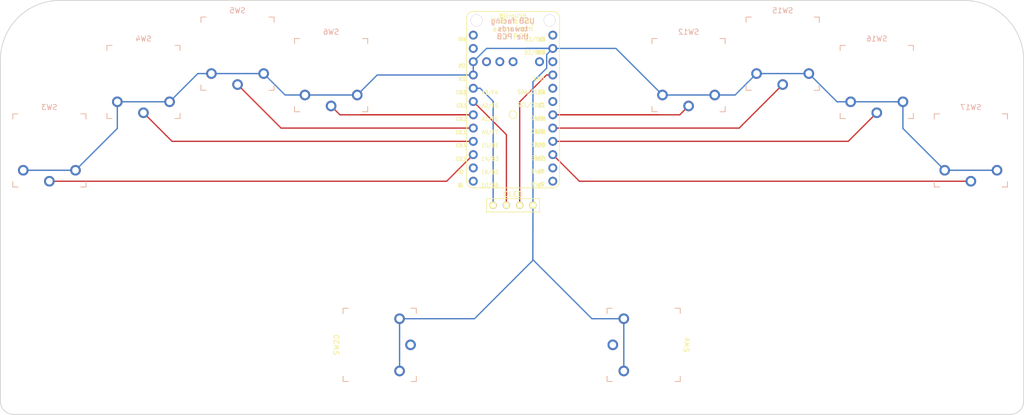
<source format=kicad_pcb>
(kicad_pcb (version 20171130) (host pcbnew "(5.1.5-0-10_14)")

  (general
    (thickness 1.6)
    (drawings 8)
    (tracks 71)
    (zones 0)
    (modules 12)
    (nets 2)
  )

  (page A4)
  (title_block
    (title "Corne Light")
    (date 2018-12-26)
    (rev 2.1)
    (company foostan)
  )

  (layers
    (0 F.Cu signal)
    (31 B.Cu signal)
    (32 B.Adhes user)
    (33 F.Adhes user)
    (34 B.Paste user hide)
    (35 F.Paste user)
    (36 B.SilkS user hide)
    (37 F.SilkS user hide)
    (38 B.Mask user hide)
    (39 F.Mask user)
    (40 Dwgs.User user hide)
    (41 Cmts.User user)
    (42 Eco1.User user)
    (43 Eco2.User user hide)
    (44 Edge.Cuts user)
    (45 Margin user)
    (46 B.CrtYd user)
    (47 F.CrtYd user)
    (48 B.Fab user hide)
    (49 F.Fab user hide)
  )

  (setup
    (last_trace_width 0.25)
    (user_trace_width 0.5)
    (trace_clearance 0.2)
    (zone_clearance 0.508)
    (zone_45_only no)
    (trace_min 0.2)
    (via_size 0.6)
    (via_drill 0.4)
    (via_min_size 0.4)
    (via_min_drill 0.3)
    (uvia_size 0.3)
    (uvia_drill 0.1)
    (uvias_allowed no)
    (uvia_min_size 0.2)
    (uvia_min_drill 0.1)
    (edge_width 0.15)
    (segment_width 0.15)
    (pcb_text_width 0.3)
    (pcb_text_size 1.5 1.5)
    (mod_edge_width 0.15)
    (mod_text_size 1 1)
    (mod_text_width 0.15)
    (pad_size 1.397 1.397)
    (pad_drill 0.8128)
    (pad_to_mask_clearance 0.2)
    (aux_axis_origin 145.73 12.66)
    (visible_elements FFFFFFFF)
    (pcbplotparams
      (layerselection 0x010f0_ffffffff)
      (usegerberextensions true)
      (usegerberattributes false)
      (usegerberadvancedattributes false)
      (creategerberjobfile false)
      (excludeedgelayer true)
      (linewidth 0.150000)
      (plotframeref false)
      (viasonmask false)
      (mode 1)
      (useauxorigin false)
      (hpglpennumber 1)
      (hpglpenspeed 20)
      (hpglpendiameter 15.000000)
      (psnegative false)
      (psa4output false)
      (plotreference true)
      (plotvalue true)
      (plotinvisibletext false)
      (padsonsilk false)
      (subtractmaskfromsilk false)
      (outputformat 1)
      (mirror false)
      (drillshape 0)
      (scaleselection 1)
      (outputdirectory "gerber/"))
  )

  (net 0 "")
  (net 1 GND)

  (net_class Default "これは標準のネット クラスです。"
    (clearance 0.2)
    (trace_width 0.25)
    (via_dia 0.6)
    (via_drill 0.4)
    (uvia_dia 0.3)
    (uvia_drill 0.1)
    (add_net GND)
  )

  (module protonc:proton_c (layer F.Cu) (tedit 5EBC19C1) (tstamp 5C238F3C)
    (at 149.4 60.4)
    (path /5A5E14C2)
    (fp_text reference U1 (at -0.1 -0.05 270) (layer F.SilkS) hide
      (effects (font (size 1 1) (thickness 0.15)))
    )
    (fp_text value ProMicro (at 0 -30.2) (layer F.Fab) hide
      (effects (font (size 1 1) (thickness 0.15)))
    )
    (fp_text user BOOT0 (at 2.5 -6.4 90) (layer Cmts.User)
      (effects (font (size 0.8 0.8) (thickness 0.15)))
    )
    (fp_text user "USB facing" (at -0.05 -17.98) (layer F.SilkS)
      (effects (font (size 1 1) (thickness 0.15)))
    )
    (fp_line (start -4.4 -3.31) (end -4.4 -4.31) (layer Cmts.User) (width 0.15))
    (fp_line (start -7.6 13.96) (end -7.09 13.96) (layer F.SilkS) (width 0.15))
    (fp_line (start 8.91 12.69) (end 8.91 -18.524) (layer F.SilkS) (width 0.15))
    (fp_line (start -8.87 -18.524) (end -8.87 12.69) (layer F.SilkS) (width 0.15))
    (fp_line (start -7.6 -19.794) (end 7.64 -19.794) (layer F.SilkS) (width 0.15))
    (fp_arc (start 7.64 -18.524) (end 7.64 -19.794) (angle 90) (layer F.SilkS) (width 0.15))
    (fp_line (start -4.48 -20.71) (end -4.48 -12.22) (layer Cmts.User) (width 0.15))
    (fp_circle (center 0 -0.035) (end 0.75 -0.035) (layer F.SilkS) (width 0.15))
    (fp_line (start 4.52 -20.71) (end 4.52 -12.22) (layer Cmts.User) (width 0.15))
    (fp_line (start -4.48 -20.71) (end 4.52 -20.71) (layer Cmts.User) (width 0.15))
    (fp_line (start -4.48 -12.22) (end 4.52 -12.22) (layer Cmts.User) (width 0.15))
    (fp_arc (start -7.6 -18.524) (end -8.87 -18.524) (angle 90) (layer F.SilkS) (width 0.15))
    (fp_arc (start 7.64 12.69) (end 8.91 12.69) (angle 90) (layer F.SilkS) (width 0.15))
    (fp_arc (start -7.6 12.69) (end -7.6 13.96) (angle 90) (layer F.SilkS) (width 0.15))
    (fp_line (start 7.132 13.96) (end 7.64 13.96) (layer F.SilkS) (width 0.15))
    (fp_line (start 7.64 13.96) (end -7.6 13.96) (layer F.SilkS) (width 0.15))
    (fp_line (start -5.4 -4.31) (end -5.4 -3.31) (layer Cmts.User) (width 0.15))
    (fp_line (start -5.4 -4.31) (end -4.4 -4.31) (layer Cmts.User) (width 0.15))
    (fp_line (start -5.4 -3.31) (end -4.4 -3.31) (layer Cmts.User) (width 0.15))
    (fp_line (start -3.85 -4.31) (end -3.85 -3.31) (layer Cmts.User) (width 0.15))
    (fp_line (start -2.85 -3.31) (end -2.85 -4.31) (layer Cmts.User) (width 0.15))
    (fp_line (start -3.85 -3.31) (end -2.85 -3.31) (layer Cmts.User) (width 0.15))
    (fp_line (start -3.85 -4.31) (end -2.85 -4.31) (layer Cmts.User) (width 0.15))
    (fp_line (start -1.7 -4.31) (end -0.7 -4.31) (layer Cmts.User) (width 0.15))
    (fp_line (start -0.7 -3.31) (end -0.7 -4.31) (layer Cmts.User) (width 0.15))
    (fp_line (start -1.7 -4.31) (end -1.7 -3.31) (layer Cmts.User) (width 0.15))
    (fp_line (start -1.7 -3.31) (end -0.7 -3.31) (layer Cmts.User) (width 0.15))
    (fp_line (start 2.95 -3.31) (end 2.95 -4.31) (layer Cmts.User) (width 0.15))
    (fp_line (start 1.95 -4.31) (end 1.95 -3.31) (layer Cmts.User) (width 0.15))
    (fp_line (start 1.95 -3.31) (end 2.95 -3.31) (layer Cmts.User) (width 0.15))
    (fp_line (start 1.95 -4.31) (end 2.95 -4.31) (layer Cmts.User) (width 0.15))
    (fp_line (start -3.75 4.45) (end -2.75 4.45) (layer Cmts.User) (width 0.15))
    (fp_line (start -3.75 5.45) (end -2.75 5.45) (layer Cmts.User) (width 0.15))
    (fp_line (start -3.75 4.45) (end -3.75 5.45) (layer Cmts.User) (width 0.15))
    (fp_line (start -2.75 4.45) (end -2.75 5.45) (layer Cmts.User) (width 0.15))
    (fp_text user "USB facing" (at -0.05 -17.98) (layer B.SilkS)
      (effects (font (size 1 1) (thickness 0.15)) (justify mirror))
    )
    (fp_text user towards (at -0.05 -16.48) (layer B.SilkS)
      (effects (font (size 1 1) (thickness 0.15)) (justify mirror))
    )
    (fp_text user "the PCB" (at -0.05 -14.98) (layer F.SilkS)
      (effects (font (size 1 1) (thickness 0.15)))
    )
    (fp_text user "away from" (at -0.05 -16.48) (layer F.SilkS)
      (effects (font (size 1 1) (thickness 0.15)))
    )
    (fp_text user "the PCB" (at -0.05 -14.98) (layer B.SilkS)
      (effects (font (size 1 1) (thickness 0.15)) (justify mirror))
    )
    (fp_text user C13/LED (at 0.1 5) (layer Cmts.User)
      (effects (font (size 0.8 0.8) (thickness 0.15)))
    )
    (fp_text user C14 (at -4.8 -5.6 90) (layer Cmts.User)
      (effects (font (size 0.8 0.8) (thickness 0.15)))
    )
    (fp_text user C15 (at -3.3 -5.6 90) (layer Cmts.User)
      (effects (font (size 0.8 0.8) (thickness 0.15)))
    )
    (fp_text user "A3(3.3v)" (at -1.1 -7.1 90) (layer Cmts.User)
      (effects (font (size 0.8 0.8) (thickness 0.15)))
    )
    (fp_line (start -2.909 12.317) (end -2.909 13.317) (layer Cmts.User) (width 0.15))
    (fp_line (start -3.909 12.317) (end -2.909 12.317) (layer Cmts.User) (width 0.15))
    (fp_line (start -3.909 13.317) (end -2.909 13.317) (layer Cmts.User) (width 0.15))
    (fp_line (start -3.909 12.317) (end -3.909 13.317) (layer Cmts.User) (width 0.15))
    (fp_line (start 3.711 12.317) (end 4.711 12.317) (layer Cmts.User) (width 0.15))
    (fp_line (start 6.1588 12.317) (end 6.1588 13.317) (layer Cmts.User) (width 0.15))
    (fp_line (start 4.711 12.317) (end 4.711 13.317) (layer Cmts.User) (width 0.15))
    (fp_line (start 3.711 12.317) (end 3.711 13.317) (layer Cmts.User) (width 0.15))
    (fp_line (start 3.711 13.317) (end 4.711 13.317) (layer Cmts.User) (width 0.15))
    (fp_line (start 5.1588 12.317) (end 5.1588 13.317) (layer Cmts.User) (width 0.15))
    (fp_line (start 5.1588 12.317) (end 6.1588 12.317) (layer Cmts.User) (width 0.15))
    (fp_line (start 5.1588 13.317) (end 6.1588 13.317) (layer Cmts.User) (width 0.15))
    (fp_text user RESET (at -3.3 10.3 90) (layer Cmts.User)
      (effects (font (size 0.8 0.8) (thickness 0.15)))
    )
    (fp_text user A14 (at 5.7 10.9 90) (layer Cmts.User)
      (effects (font (size 0.8 0.8) (thickness 0.15)))
    )
    (fp_text user A13 (at 4.2 10.9 90) (layer Cmts.User)
      (effects (font (size 0.8 0.8) (thickness 0.15)))
    )
    (fp_text user "DFU Button" (at 0.8 -1.3 180) (layer Cmts.User)
      (effects (font (size 0.8 0.8) (thickness 0.15)))
    )
    (fp_text user "" (at -0.545 -17.4) (layer F.SilkS)
      (effects (font (size 1 1) (thickness 0.15)))
    )
    (fp_text user RAW (at -9.7155 -14.478 unlocked) (layer F.SilkS)
      (effects (font (size 0.75 0.5) (thickness 0.125)))
    )
    (fp_text user GND (at 4.955 -6.9 unlocked) (layer F.SilkS)
      (effects (font (size 0.75 0.67) (thickness 0.125)))
    )
    (fp_text user RST (at -9.7155 -9.3345 unlocked) (layer F.SilkS)
      (effects (font (size 0.75 0.5) (thickness 0.125)))
    )
    (fp_text user VCC (at -9.7155 -6.858 unlocked) (layer F.SilkS)
      (effects (font (size 0.75 0.5) (thickness 0.125)))
    )
    (fp_text user A3/F4 (at -4.395 -4.25 unlocked) (layer F.SilkS)
      (effects (font (size 0.75 0.67) (thickness 0.125)))
    )
    (fp_text user A2/F5 (at -4.395 -1.75 unlocked) (layer F.SilkS)
      (effects (font (size 0.75 0.67) (thickness 0.125)))
    )
    (fp_text user A1/F6 (at -4.395 0.75 unlocked) (layer F.SilkS)
      (effects (font (size 0.75 0.67) (thickness 0.125)))
    )
    (fp_text user A0/F7 (at -4.395 3.3 unlocked) (layer F.SilkS)
      (effects (font (size 0.75 0.67) (thickness 0.125)))
    )
    (fp_text user 15/B1 (at -4.395 5.85 unlocked) (layer F.SilkS)
      (effects (font (size 0.75 0.67) (thickness 0.125)))
    )
    (fp_text user 14/B3 (at -4.395 8.4 unlocked) (layer F.SilkS)
      (effects (font (size 0.75 0.67) (thickness 0.125)))
    )
    (fp_text user 10/B6 (at -4.395 13.45 unlocked) (layer F.SilkS)
      (effects (font (size 0.75 0.67) (thickness 0.125)))
    )
    (fp_text user 16/B2 (at -4.395 10.95 unlocked) (layer F.SilkS)
      (effects (font (size 0.75 0.67) (thickness 0.125)))
    )
    (fp_text user E6/7 (at 4.705 8.25 unlocked) (layer F.SilkS)
      (effects (font (size 0.75 0.67) (thickness 0.125)))
    )
    (fp_text user D7/6 (at 4.705 5.7 unlocked) (layer F.SilkS)
      (effects (font (size 0.75 0.67) (thickness 0.125)))
    )
    (fp_text user D3/TX0 (at 4.155 -14.45 unlocked) (layer F.SilkS)
      (effects (font (size 0.75 0.67) (thickness 0.125)))
    )
    (fp_text user D4/4 (at 4.705 0.6 unlocked) (layer F.SilkS)
      (effects (font (size 0.75 0.67) (thickness 0.125)))
    )
    (fp_text user SDA/D1/2 (at 3.455 -4.4 unlocked) (layer F.SilkS)
      (effects (font (size 0.75 0.67) (thickness 0.125)))
    )
    (fp_text user SCL/D0/3 (at 3.455 -1.9 unlocked) (layer F.SilkS)
      (effects (font (size 0.75 0.67) (thickness 0.125)))
    )
    (fp_text user C6/5 (at 4.705 3.15 unlocked) (layer F.SilkS)
      (effects (font (size 0.75 0.67) (thickness 0.125)))
    )
    (fp_text user B5/9 (at 4.705 13.3 unlocked) (layer F.SilkS)
      (effects (font (size 0.75 0.67) (thickness 0.125)))
    )
    (fp_text user D2/RX1 (at 4.155 -11.9 unlocked) (layer F.SilkS)
      (effects (font (size 0.75 0.67) (thickness 0.125)))
    )
    (fp_text user B4/8 (at 4.705 10.8 unlocked) (layer F.SilkS)
      (effects (font (size 0.75 0.67) (thickness 0.125)))
    )
    (fp_text user MicroUSB (at -0.05 -18.95) (layer F.SilkS)
      (effects (font (size 0.75 0.75) (thickness 0.12)))
    )
    (fp_text user LED (at 5.5 -14.478) (layer F.SilkS)
      (effects (font (size 0.75 0.5) (thickness 0.125)))
    )
    (fp_text user DATA (at 5.35 -11.95) (layer F.SilkS)
      (effects (font (size 0.75 0.5) (thickness 0.125)))
    )
    (fp_text user COL3 (at -10 3.35) (layer F.SilkS)
      (effects (font (size 0.75 0.5) (thickness 0.125)))
    )
    (fp_text user ROW0 (at 5.2 0.8) (layer F.SilkS)
      (effects (font (size 0.75 0.5) (thickness 0.125)))
    )
    (fp_text user COL2 (at -9.9 0.762) (layer F.SilkS)
      (effects (font (size 0.75 0.5) (thickness 0.125)))
    )
    (fp_text user SCL (at 5.461 -1.778) (layer F.SilkS)
      (effects (font (size 0.75 0.5) (thickness 0.125)))
    )
    (fp_text user COL1 (at -9.85 -1.778) (layer F.SilkS)
      (effects (font (size 0.75 0.5) (thickness 0.125)))
    )
    (fp_text user SDA (at 5.461 -4.318) (layer F.SilkS)
      (effects (font (size 0.75 0.5) (thickness 0.125)))
    )
    (fp_text user COL0 (at -9.9 -4.3) (layer F.SilkS)
      (effects (font (size 0.75 0.5) (thickness 0.125)))
    )
    (fp_text user B6 (at -10.05 13.5) (layer F.SilkS)
      (effects (font (size 0.75 0.5) (thickness 0.125)))
    )
    (fp_text user B5 (at 5.2 13.5255) (layer F.SilkS)
      (effects (font (size 0.75 0.5) (thickness 0.125)))
    )
    (fp_text user B4 (at 5.2 10.922) (layer F.SilkS)
      (effects (font (size 0.75 0.5) (thickness 0.125)))
    )
    (fp_text user B2 (at -9.95 10.95) (layer F.SilkS)
      (effects (font (size 0.75 0.5) (thickness 0.125)))
    )
    (fp_text user ROW3 (at 5.2 8.4455) (layer F.SilkS)
      (effects (font (size 0.75 0.5) (thickness 0.125)))
    )
    (fp_text user COL5 (at -9.95 8.4455) (layer F.SilkS)
      (effects (font (size 0.75 0.5) (thickness 0.125)))
    )
    (fp_text user ROW2 (at 5.2 5.85) (layer F.SilkS)
      (effects (font (size 0.75 0.5) (thickness 0.125)))
    )
    (fp_text user COL4 (at -9.95 5.85) (layer F.SilkS)
      (effects (font (size 0.75 0.5) (thickness 0.125)))
    )
    (fp_text user ROW1 (at 5.25 3.302) (layer F.SilkS)
      (effects (font (size 0.75 0.5) (thickness 0.125)))
    )
    (pad 5V thru_hole circle (at 7.615 -15.25) (size 1.7 1.7) (drill 1) (layers *.Cu *.Mask))
    (pad A10 thru_hole circle (at -7.6 -12.71) (size 1.7 1.7) (drill 1) (layers *.Cu *.Mask))
    (pad SCRE thru_hole circle (at 7.005 -18.0748) (size 2.2 2.2) (drill 2.2) (layers *.Cu *.Mask))
    (pad SCRE thru_hole circle (at -6.9904 -18.0748) (size 2.2 2.2) (drill 2.2) (layers *.Cu *.Mask))
    (pad A9 thru_hole circle (at -7.6 -15.25) (size 1.7 1.7) (drill 1) (layers *.Cu *.Mask))
    (pad D+ thru_hole circle (at -5.06 -10.17) (size 1.7 1.7) (drill 1) (layers *.Cu *.Mask))
    (pad GND thru_hole circle (at -7.6 -10.17) (size 1.7 1.7) (drill 1) (layers *.Cu *.Mask)
      (net 1 GND))
    (pad GND thru_hole circle (at -7.6 -7.63) (size 1.7 1.7) (drill 1) (layers *.Cu *.Mask)
      (net 1 GND))
    (pad B7 thru_hole circle (at -7.6 -5.09) (size 1.7 1.7) (drill 1) (layers *.Cu *.Mask))
    (pad B6 thru_hole circle (at -7.6 -2.55) (size 1.7 1.7) (drill 1) (layers *.Cu *.Mask))
    (pad D- thru_hole circle (at -2.52 -10.17) (size 1.7 1.7) (drill 1) (layers *.Cu *.Mask))
    (pad CHRG thru_hole circle (at 0.02 -10.17) (size 1.7 1.7) (drill 1) (layers *.Cu *.Mask))
    (pad B5 thru_hole circle (at -7.6 -0.01) (size 1.7 1.7) (drill 1) (layers *.Cu *.Mask))
    (pad B4 thru_hole circle (at -7.6 2.53) (size 1.7 1.7) (drill 1) (layers *.Cu *.Mask))
    (pad B3 thru_hole circle (at -7.6 5.07) (size 1.7 1.7) (drill 1) (layers *.Cu *.Mask))
    (pad B2 thru_hole circle (at -7.6 7.61) (size 1.7 1.7) (drill 1) (layers *.Cu *.Mask))
    (pad B1 thru_hole circle (at -7.6 10.15) (size 1.7 1.7) (drill 1) (layers *.Cu *.Mask))
    (pad B0 thru_hole circle (at -7.6 12.69) (size 1.7 1.7) (drill 1) (layers *.Cu *.Mask))
    (pad GND thru_hole circle (at 7.615 -12.71) (size 1.7 1.7) (drill 1) (layers *.Cu *.Mask)
      (net 1 GND))
    (pad DFU thru_hole circle (at 7.615 -10.17) (size 1.7 1.7) (drill 1) (layers *.Cu *.Mask))
    (pad A2 thru_hole circle (at 7.615 -5.09) (size 1.7 1.7) (drill 1) (layers *.Cu *.Mask))
    (pad A3|5v thru_hole circle (at 5.075 -10.17) (size 1.7 1.7) (drill 1) (layers *.Cu *.Mask))
    (pad 3.3V thru_hole circle (at 7.615 -7.63) (size 1.7 1.7) (drill 1) (layers *.Cu *.Mask))
    (pad A1 thru_hole circle (at 7.615 -2.55) (size 1.7 1.7) (drill 1) (layers *.Cu *.Mask))
    (pad A0 thru_hole circle (at 7.615 -0.01) (size 1.7 1.7) (drill 1) (layers *.Cu *.Mask))
    (pad B8 thru_hole circle (at 7.615 2.53) (size 1.7 1.7) (drill 1) (layers *.Cu *.Mask))
    (pad B14 thru_hole circle (at 7.615 7.61) (size 1.7 1.7) (drill 1) (layers *.Cu *.Mask))
    (pad B15 thru_hole circle (at 7.615 10.15) (size 1.7 1.7) (drill 1) (layers *.Cu *.Mask))
    (pad B13 thru_hole circle (at 7.615 5.07) (size 1.7 1.7) (drill 1) (layers *.Cu *.Mask))
    (pad B9 thru_hole circle (at 7.615 12.69) (size 1.7 1.7) (drill 1) (layers *.Cu *.Mask))
    (model BG030-06-A-0400-0300-N-G.stp
      (offset (xyz 7.62 -16.5 0))
      (scale (xyz 1 1 1))
      (rotate (xyz -90 0 90))
    )
    (model BG030-06-A-0400-0300-N-G.stp
      (offset (xyz -7.62 -16.5 0))
      (scale (xyz 1 1 1))
      (rotate (xyz -90 0 90))
    )
    (model BG030-12-A-0400-0300-N-G.stp
      (offset (xyz 7.62 16.5 -0.06))
      (scale (xyz 1 1 1))
      (rotate (xyz -90 0 90))
    )
    (model BG030-12-A-0400-0300-N-G.stp
      (offset (xyz -7.62 16.5 -0.06))
      (scale (xyz 1 1 1))
      (rotate (xyz -90 0 90))
    )
    (model proton-c.step
      (offset (xyz 0 -6 4.08))
      (scale (xyz 1 1 1))
      (rotate (xyz 0 0 0))
    )
  )

  (module foostan:OLED_1side (layer F.Cu) (tedit 5EBBFB1E) (tstamp 5EBC4686)
    (at 145.6 77.7)
    (descr "Connecteur 6 pins")
    (tags "CONN DEV")
    (fp_text reference J2 (at 3.7 2.1 180) (layer F.Fab)
      (effects (font (size 0.8128 0.8128) (thickness 0.15)))
    )
    (fp_text value OLED (at 3.6 3.3) (layer F.SilkS) hide
      (effects (font (size 0.8128 0.8128) (thickness 0.15)))
    )
    (fp_text user OLED (at 3.8 -2.1) (layer F.SilkS)
      (effects (font (size 1 1) (thickness 0.15)))
    )
    (fp_line (start -1.27 1.27) (end -1.27 -1.27) (layer F.SilkS) (width 0.15))
    (fp_line (start 8.89 -1.27) (end 8.89 1.27) (layer F.SilkS) (width 0.15))
    (fp_line (start -1.27 -1.27) (end 8.89 -1.27) (layer F.SilkS) (width 0.15))
    (fp_line (start -1.27 1.27) (end 8.89 1.27) (layer F.SilkS) (width 0.15))
    (pad 4 thru_hole circle (at 7.62 0) (size 1.397 1.397) (drill 0.8128) (layers *.Cu F.SilkS B.Mask)
      (net 1 GND))
    (pad 3 thru_hole circle (at 5.08 0) (size 1.397 1.397) (drill 0.8128) (layers *.Cu F.SilkS B.Mask))
    (pad 2 thru_hole circle (at 2.54 0) (size 1.397 1.397) (drill 0.8128) (layers *.Cu F.SilkS B.Mask))
    (pad 1 thru_hole circle (at 0 0) (size 1.397 1.397) (drill 0.8128) (layers *.Cu F.SilkS B.Mask))
  )

  (module "Choc Footprints:SW_PG1350_reversible" (layer B.Cu) (tedit 5EBBF24C) (tstamp 5C238836)
    (at 123.9 104.4 270)
    (descr "Kailh \"Choc\" PG1350 keyswitch, able to be mounted on front or back of PCB")
    (tags kailh,choc)
    (path /5A5E37A4)
    (fp_text reference SW20 (at 4.600001 -6 90) (layer Dwgs.User) hide
      (effects (font (size 1 1) (thickness 0.15)))
    )
    (fp_text value SW_PUSH (at -0.5 -6 90) (layer Dwgs.User) hide
      (effects (font (size 1 1) (thickness 0.15)))
    )
    (fp_text user %R (at 0 0 90) (layer B.Fab)
      (effects (font (size 1 1) (thickness 0.15)) (justify mirror))
    )
    (fp_text user %R (at 0 0 90) (layer B.Fab)
      (effects (font (size 1 1) (thickness 0.15)) (justify mirror))
    )
    (fp_line (start -7.5 -7.5) (end -7.5 7.5) (layer B.Fab) (width 0.15))
    (fp_line (start 7.5 7.5) (end 7.5 -7.5) (layer B.Fab) (width 0.15))
    (fp_line (start 7.5 -7.5) (end -7.5 -7.5) (layer B.Fab) (width 0.15))
    (fp_line (start -7.5 7.5) (end 7.5 7.5) (layer B.Fab) (width 0.15))
    (fp_text user %V (at 0 -8.255 90) (layer F.Fab)
      (effects (font (size 1 1) (thickness 0.15)))
    )
    (fp_text user %R (at 0 8.255 90) (layer F.SilkS)
      (effects (font (size 1 1) (thickness 0.15)))
    )
    (fp_line (start -7.5 -7.5) (end -7.5 7.5) (layer F.Fab) (width 0.15))
    (fp_line (start 7.5 -7.5) (end -7.5 -7.5) (layer F.Fab) (width 0.15))
    (fp_line (start 7.5 7.5) (end 7.5 -7.5) (layer F.Fab) (width 0.15))
    (fp_line (start -7.5 7.5) (end 7.5 7.5) (layer F.Fab) (width 0.15))
    (fp_line (start -6.9 -6.9) (end -6.9 6.9) (layer Eco2.User) (width 0.15))
    (fp_line (start 6.9 6.9) (end 6.9 -6.9) (layer Eco2.User) (width 0.15))
    (fp_line (start 6.9 6.9) (end -6.9 6.9) (layer Eco2.User) (width 0.15))
    (fp_line (start -6.9 -6.9) (end 6.9 -6.9) (layer Eco2.User) (width 0.15))
    (fp_line (start 7 7) (end 7 6) (layer F.SilkS) (width 0.15))
    (fp_line (start 6 7) (end 7 7) (layer F.SilkS) (width 0.15))
    (fp_line (start 7 -7) (end 6 -7) (layer F.SilkS) (width 0.15))
    (fp_line (start 7 -6) (end 7 -7) (layer F.SilkS) (width 0.15))
    (fp_line (start -7 -7) (end -7 -6) (layer F.SilkS) (width 0.15))
    (fp_line (start -6 -7) (end -7 -7) (layer F.SilkS) (width 0.15))
    (fp_line (start -7 7) (end -6 7) (layer F.SilkS) (width 0.15))
    (fp_line (start -7 6) (end -7 7) (layer F.SilkS) (width 0.15))
    (fp_line (start -2.6 3.1) (end -2.6 6.3) (layer Eco2.User) (width 0.15))
    (fp_line (start 2.6 6.3) (end -2.6 6.3) (layer Eco2.User) (width 0.15))
    (fp_line (start 2.6 3.1) (end 2.6 6.3) (layer Eco2.User) (width 0.15))
    (fp_line (start -2.6 3.1) (end 2.6 3.1) (layer Eco2.User) (width 0.15))
    (fp_line (start -7 7) (end -6 7) (layer B.SilkS) (width 0.15))
    (fp_line (start -7 6) (end -7 7) (layer B.SilkS) (width 0.15))
    (fp_line (start -7 -7) (end -7 -6) (layer B.SilkS) (width 0.15))
    (fp_line (start -6 -7) (end -7 -7) (layer B.SilkS) (width 0.15))
    (fp_line (start 7 -7) (end 6 -7) (layer B.SilkS) (width 0.15))
    (fp_line (start 7 -6) (end 7 -7) (layer B.SilkS) (width 0.15))
    (fp_line (start 7 7) (end 7 6) (layer B.SilkS) (width 0.15))
    (fp_line (start 6 7) (end 7 7) (layer B.SilkS) (width 0.15))
    (pad "" np_thru_hole circle (at -5.5 0 270) (size 1.7018 1.7018) (drill 1.7018) (layers *.Cu *.Mask))
    (pad "" np_thru_hole circle (at 5.5 0 270) (size 1.7018 1.7018) (drill 1.7018) (layers *.Cu *.Mask))
    (pad "" np_thru_hole circle (at 5.22 4.2 270) (size 0.9906 0.9906) (drill 0.9906) (layers *.Cu *.Mask))
    (pad 1 thru_hole circle (at 0 -5.9 270) (size 2.032 2.032) (drill 1.27) (layers *.Cu *.Mask))
    (pad 2 thru_hole circle (at -5 -3.8 270) (size 2.032 2.032) (drill 1.27) (layers *.Cu *.Mask)
      (net 1 GND))
    (pad "" np_thru_hole circle (at 0 0 270) (size 3.429 3.429) (drill 3.429) (layers *.Cu *.Mask))
    (pad 2 thru_hole circle (at 5 -3.8 270) (size 2.032 2.032) (drill 1.27) (layers *.Cu *.Mask)
      (net 1 GND))
    (pad "" np_thru_hole circle (at -5.22 4.2 270) (size 0.9906 0.9906) (drill 0.9906) (layers *.Cu *.Mask))
  )

  (module "Choc Footprints:SW_PG1350_reversible" (layer B.Cu) (tedit 5EBBF243) (tstamp 5C23884C)
    (at 174.4 104.4 90)
    (descr "Kailh \"Choc\" PG1350 keyswitch, able to be mounted on front or back of PCB")
    (tags kailh,choc)
    (path /5A5E37B0)
    (fp_text reference SWe (at 4.6 -6 270) (layer Dwgs.User) hide
      (effects (font (size 1 1) (thickness 0.15)))
    )
    (fp_text value SW_PUSH (at -0.5 -6 270) (layer Dwgs.User) hide
      (effects (font (size 1 1) (thickness 0.15)))
    )
    (fp_line (start 6 7) (end 7 7) (layer B.SilkS) (width 0.15))
    (fp_line (start 7 7) (end 7 6) (layer B.SilkS) (width 0.15))
    (fp_line (start 7 -6) (end 7 -7) (layer B.SilkS) (width 0.15))
    (fp_line (start 7 -7) (end 6 -7) (layer B.SilkS) (width 0.15))
    (fp_line (start -6 -7) (end -7 -7) (layer B.SilkS) (width 0.15))
    (fp_line (start -7 -7) (end -7 -6) (layer B.SilkS) (width 0.15))
    (fp_line (start -7 6) (end -7 7) (layer B.SilkS) (width 0.15))
    (fp_line (start -7 7) (end -6 7) (layer B.SilkS) (width 0.15))
    (fp_line (start -2.6 3.1) (end 2.6 3.1) (layer Eco2.User) (width 0.15))
    (fp_line (start 2.6 3.1) (end 2.6 6.3) (layer Eco2.User) (width 0.15))
    (fp_line (start 2.6 6.3) (end -2.6 6.3) (layer Eco2.User) (width 0.15))
    (fp_line (start -2.6 3.1) (end -2.6 6.3) (layer Eco2.User) (width 0.15))
    (fp_line (start -7 6) (end -7 7) (layer F.SilkS) (width 0.15))
    (fp_line (start -7 7) (end -6 7) (layer F.SilkS) (width 0.15))
    (fp_line (start -6 -7) (end -7 -7) (layer F.SilkS) (width 0.15))
    (fp_line (start -7 -7) (end -7 -6) (layer F.SilkS) (width 0.15))
    (fp_line (start 7 -6) (end 7 -7) (layer F.SilkS) (width 0.15))
    (fp_line (start 7 -7) (end 6 -7) (layer F.SilkS) (width 0.15))
    (fp_line (start 6 7) (end 7 7) (layer F.SilkS) (width 0.15))
    (fp_line (start 7 7) (end 7 6) (layer F.SilkS) (width 0.15))
    (fp_line (start -6.9 -6.9) (end 6.9 -6.9) (layer Eco2.User) (width 0.15))
    (fp_line (start 6.9 6.9) (end -6.9 6.9) (layer Eco2.User) (width 0.15))
    (fp_line (start 6.9 6.9) (end 6.9 -6.9) (layer Eco2.User) (width 0.15))
    (fp_line (start -6.9 -6.9) (end -6.9 6.9) (layer Eco2.User) (width 0.15))
    (fp_line (start -7.5 7.5) (end 7.5 7.5) (layer F.Fab) (width 0.15))
    (fp_line (start 7.5 7.5) (end 7.5 -7.5) (layer F.Fab) (width 0.15))
    (fp_line (start 7.5 -7.5) (end -7.5 -7.5) (layer F.Fab) (width 0.15))
    (fp_line (start -7.5 -7.5) (end -7.5 7.5) (layer F.Fab) (width 0.15))
    (fp_text user %R (at 0 8.255 90) (layer F.SilkS)
      (effects (font (size 1 1) (thickness 0.15)))
    )
    (fp_text user %V (at 0 -8.255 90) (layer F.Fab)
      (effects (font (size 1 1) (thickness 0.15)))
    )
    (fp_line (start -7.5 7.5) (end 7.5 7.5) (layer B.Fab) (width 0.15))
    (fp_line (start 7.5 -7.5) (end -7.5 -7.5) (layer B.Fab) (width 0.15))
    (fp_line (start 7.5 7.5) (end 7.5 -7.5) (layer B.Fab) (width 0.15))
    (fp_line (start -7.5 -7.5) (end -7.5 7.5) (layer B.Fab) (width 0.15))
    (fp_text user %R (at 0 0 90) (layer B.Fab)
      (effects (font (size 1 1) (thickness 0.15)) (justify mirror))
    )
    (fp_text user %R (at 0 0 90) (layer F.Fab)
      (effects (font (size 1 1) (thickness 0.15)))
    )
    (pad "" np_thru_hole circle (at -5.22 4.2 90) (size 0.9906 0.9906) (drill 0.9906) (layers *.Cu *.Mask))
    (pad 2 thru_hole circle (at 5 -3.8 90) (size 2.032 2.032) (drill 1.27) (layers *.Cu *.Mask)
      (net 1 GND))
    (pad "" np_thru_hole circle (at 0 0 90) (size 3.429 3.429) (drill 3.429) (layers *.Cu *.Mask))
    (pad 2 thru_hole circle (at -5 -3.8 90) (size 2.032 2.032) (drill 1.27) (layers *.Cu *.Mask)
      (net 1 GND))
    (pad 1 thru_hole circle (at 0 -5.9 90) (size 2.032 2.032) (drill 1.27) (layers *.Cu *.Mask))
    (pad "" np_thru_hole circle (at 5.22 4.2 90) (size 0.9906 0.9906) (drill 0.9906) (layers *.Cu *.Mask))
    (pad "" np_thru_hole circle (at 5.5 0 90) (size 1.7018 1.7018) (drill 1.7018) (layers *.Cu *.Mask))
    (pad "" np_thru_hole circle (at -5.5 0 90) (size 1.7018 1.7018) (drill 1.7018) (layers *.Cu *.Mask))
  )

  (module "Choc Footprints:SW_PG1350_reversible" (layer F.Cu) (tedit 5EBBF23A) (tstamp 5C2387F4)
    (at 237 67.2)
    (descr "Kailh \"Choc\" PG1350 keyswitch, able to be mounted on front or back of PCB")
    (tags kailh,choc)
    (path /5A5E35CF)
    (fp_text reference SW17 (at 4.6 6 180) (layer Dwgs.User) hide
      (effects (font (size 1 1) (thickness 0.15)))
    )
    (fp_text value SW_PUSH (at -0.5 6 180) (layer Dwgs.User) hide
      (effects (font (size 1 1) (thickness 0.15)))
    )
    (fp_text user %R (at 0 0) (layer F.Fab)
      (effects (font (size 1 1) (thickness 0.15)))
    )
    (fp_text user %R (at 0 0) (layer F.Fab)
      (effects (font (size 1 1) (thickness 0.15)))
    )
    (fp_line (start -7.5 7.5) (end -7.5 -7.5) (layer F.Fab) (width 0.15))
    (fp_line (start 7.5 -7.5) (end 7.5 7.5) (layer F.Fab) (width 0.15))
    (fp_line (start 7.5 7.5) (end -7.5 7.5) (layer F.Fab) (width 0.15))
    (fp_line (start -7.5 -7.5) (end 7.5 -7.5) (layer F.Fab) (width 0.15))
    (fp_text user %V (at 0 8.255) (layer B.Fab)
      (effects (font (size 1 1) (thickness 0.15)) (justify mirror))
    )
    (fp_text user %R (at 0 -8.255) (layer B.SilkS)
      (effects (font (size 1 1) (thickness 0.15)) (justify mirror))
    )
    (fp_line (start -7.5 7.5) (end -7.5 -7.5) (layer B.Fab) (width 0.15))
    (fp_line (start 7.5 7.5) (end -7.5 7.5) (layer B.Fab) (width 0.15))
    (fp_line (start 7.5 -7.5) (end 7.5 7.5) (layer B.Fab) (width 0.15))
    (fp_line (start -7.5 -7.5) (end 7.5 -7.5) (layer B.Fab) (width 0.15))
    (fp_line (start -6.9 6.9) (end -6.9 -6.9) (layer Eco2.User) (width 0.15))
    (fp_line (start 6.9 -6.9) (end 6.9 6.9) (layer Eco2.User) (width 0.15))
    (fp_line (start 6.9 -6.9) (end -6.9 -6.9) (layer Eco2.User) (width 0.15))
    (fp_line (start -6.9 6.9) (end 6.9 6.9) (layer Eco2.User) (width 0.15))
    (fp_line (start 7 -7) (end 7 -6) (layer B.SilkS) (width 0.15))
    (fp_line (start 6 -7) (end 7 -7) (layer B.SilkS) (width 0.15))
    (fp_line (start 7 7) (end 6 7) (layer B.SilkS) (width 0.15))
    (fp_line (start 7 6) (end 7 7) (layer B.SilkS) (width 0.15))
    (fp_line (start -7 7) (end -7 6) (layer B.SilkS) (width 0.15))
    (fp_line (start -6 7) (end -7 7) (layer B.SilkS) (width 0.15))
    (fp_line (start -7 -7) (end -6 -7) (layer B.SilkS) (width 0.15))
    (fp_line (start -7 -6) (end -7 -7) (layer B.SilkS) (width 0.15))
    (fp_line (start -2.6 -3.1) (end -2.6 -6.3) (layer Eco2.User) (width 0.15))
    (fp_line (start 2.6 -6.3) (end -2.6 -6.3) (layer Eco2.User) (width 0.15))
    (fp_line (start 2.6 -3.1) (end 2.6 -6.3) (layer Eco2.User) (width 0.15))
    (fp_line (start -2.6 -3.1) (end 2.6 -3.1) (layer Eco2.User) (width 0.15))
    (fp_line (start -7 -7) (end -6 -7) (layer F.SilkS) (width 0.15))
    (fp_line (start -7 -6) (end -7 -7) (layer F.SilkS) (width 0.15))
    (fp_line (start -7 7) (end -7 6) (layer F.SilkS) (width 0.15))
    (fp_line (start -6 7) (end -7 7) (layer F.SilkS) (width 0.15))
    (fp_line (start 7 7) (end 6 7) (layer F.SilkS) (width 0.15))
    (fp_line (start 7 6) (end 7 7) (layer F.SilkS) (width 0.15))
    (fp_line (start 7 -7) (end 7 -6) (layer F.SilkS) (width 0.15))
    (fp_line (start 6 -7) (end 7 -7) (layer F.SilkS) (width 0.15))
    (pad "" np_thru_hole circle (at -5.5 0) (size 1.7018 1.7018) (drill 1.7018) (layers *.Cu *.Mask))
    (pad "" np_thru_hole circle (at 5.5 0) (size 1.7018 1.7018) (drill 1.7018) (layers *.Cu *.Mask))
    (pad "" np_thru_hole circle (at 5.22 -4.2) (size 0.9906 0.9906) (drill 0.9906) (layers *.Cu *.Mask))
    (pad 1 thru_hole circle (at 0 5.9) (size 2.032 2.032) (drill 1.27) (layers *.Cu *.Mask))
    (pad 2 thru_hole circle (at -5 3.8) (size 2.032 2.032) (drill 1.27) (layers *.Cu *.Mask)
      (net 1 GND))
    (pad "" np_thru_hole circle (at 0 0) (size 3.429 3.429) (drill 3.429) (layers *.Cu *.Mask))
    (pad 2 thru_hole circle (at 5 3.8) (size 2.032 2.032) (drill 1.27) (layers *.Cu *.Mask)
      (net 1 GND))
    (pad "" np_thru_hole circle (at -5.22 -4.2) (size 0.9906 0.9906) (drill 0.9906) (layers *.Cu *.Mask))
  )

  (module "Choc Footprints:SW_PG1350_reversible" (layer F.Cu) (tedit 5EBBF231) (tstamp 5C2387DE)
    (at 219 54.1)
    (descr "Kailh \"Choc\" PG1350 keyswitch, able to be mounted on front or back of PCB")
    (tags kailh,choc)
    (path /5A5E35C9)
    (fp_text reference SW16 (at 4.6 6 180) (layer Dwgs.User) hide
      (effects (font (size 1 1) (thickness 0.15)))
    )
    (fp_text value SW_PUSH (at -0.5 6 180) (layer Dwgs.User) hide
      (effects (font (size 1 1) (thickness 0.15)))
    )
    (fp_text user %R (at 0 0) (layer F.Fab)
      (effects (font (size 1 1) (thickness 0.15)))
    )
    (fp_text user %R (at 0 0) (layer F.Fab)
      (effects (font (size 1 1) (thickness 0.15)))
    )
    (fp_line (start -7.5 7.5) (end -7.5 -7.5) (layer F.Fab) (width 0.15))
    (fp_line (start 7.5 -7.5) (end 7.5 7.5) (layer F.Fab) (width 0.15))
    (fp_line (start 7.5 7.5) (end -7.5 7.5) (layer F.Fab) (width 0.15))
    (fp_line (start -7.5 -7.5) (end 7.5 -7.5) (layer F.Fab) (width 0.15))
    (fp_text user %V (at 0 8.255) (layer B.Fab)
      (effects (font (size 1 1) (thickness 0.15)) (justify mirror))
    )
    (fp_text user %R (at 0 -8.255) (layer B.SilkS)
      (effects (font (size 1 1) (thickness 0.15)) (justify mirror))
    )
    (fp_line (start -7.5 7.5) (end -7.5 -7.5) (layer B.Fab) (width 0.15))
    (fp_line (start 7.5 7.5) (end -7.5 7.5) (layer B.Fab) (width 0.15))
    (fp_line (start 7.5 -7.5) (end 7.5 7.5) (layer B.Fab) (width 0.15))
    (fp_line (start -7.5 -7.5) (end 7.5 -7.5) (layer B.Fab) (width 0.15))
    (fp_line (start -6.9 6.9) (end -6.9 -6.9) (layer Eco2.User) (width 0.15))
    (fp_line (start 6.9 -6.9) (end 6.9 6.9) (layer Eco2.User) (width 0.15))
    (fp_line (start 6.9 -6.9) (end -6.9 -6.9) (layer Eco2.User) (width 0.15))
    (fp_line (start -6.9 6.9) (end 6.9 6.9) (layer Eco2.User) (width 0.15))
    (fp_line (start 7 -7) (end 7 -6) (layer B.SilkS) (width 0.15))
    (fp_line (start 6 -7) (end 7 -7) (layer B.SilkS) (width 0.15))
    (fp_line (start 7 7) (end 6 7) (layer B.SilkS) (width 0.15))
    (fp_line (start 7 6) (end 7 7) (layer B.SilkS) (width 0.15))
    (fp_line (start -7 7) (end -7 6) (layer B.SilkS) (width 0.15))
    (fp_line (start -6 7) (end -7 7) (layer B.SilkS) (width 0.15))
    (fp_line (start -7 -7) (end -6 -7) (layer B.SilkS) (width 0.15))
    (fp_line (start -7 -6) (end -7 -7) (layer B.SilkS) (width 0.15))
    (fp_line (start -2.6 -3.1) (end -2.6 -6.3) (layer Eco2.User) (width 0.15))
    (fp_line (start 2.6 -6.3) (end -2.6 -6.3) (layer Eco2.User) (width 0.15))
    (fp_line (start 2.6 -3.1) (end 2.6 -6.3) (layer Eco2.User) (width 0.15))
    (fp_line (start -2.6 -3.1) (end 2.6 -3.1) (layer Eco2.User) (width 0.15))
    (fp_line (start -7 -7) (end -6 -7) (layer F.SilkS) (width 0.15))
    (fp_line (start -7 -6) (end -7 -7) (layer F.SilkS) (width 0.15))
    (fp_line (start -7 7) (end -7 6) (layer F.SilkS) (width 0.15))
    (fp_line (start -6 7) (end -7 7) (layer F.SilkS) (width 0.15))
    (fp_line (start 7 7) (end 6 7) (layer F.SilkS) (width 0.15))
    (fp_line (start 7 6) (end 7 7) (layer F.SilkS) (width 0.15))
    (fp_line (start 7 -7) (end 7 -6) (layer F.SilkS) (width 0.15))
    (fp_line (start 6 -7) (end 7 -7) (layer F.SilkS) (width 0.15))
    (pad "" np_thru_hole circle (at -5.5 0) (size 1.7018 1.7018) (drill 1.7018) (layers *.Cu *.Mask))
    (pad "" np_thru_hole circle (at 5.5 0) (size 1.7018 1.7018) (drill 1.7018) (layers *.Cu *.Mask))
    (pad "" np_thru_hole circle (at 5.22 -4.2) (size 0.9906 0.9906) (drill 0.9906) (layers *.Cu *.Mask))
    (pad 1 thru_hole circle (at 0 5.9) (size 2.032 2.032) (drill 1.27) (layers *.Cu *.Mask))
    (pad 2 thru_hole circle (at -5 3.8) (size 2.032 2.032) (drill 1.27) (layers *.Cu *.Mask)
      (net 1 GND))
    (pad "" np_thru_hole circle (at 0 0) (size 3.429 3.429) (drill 3.429) (layers *.Cu *.Mask))
    (pad 2 thru_hole circle (at 5 3.8) (size 2.032 2.032) (drill 1.27) (layers *.Cu *.Mask)
      (net 1 GND))
    (pad "" np_thru_hole circle (at -5.22 -4.2) (size 0.9906 0.9906) (drill 0.9906) (layers *.Cu *.Mask))
  )

  (module "Choc Footprints:SW_PG1350_reversible" (layer F.Cu) (tedit 5EBBF229) (tstamp 5C2387C8)
    (at 201 48.7)
    (descr "Kailh \"Choc\" PG1350 keyswitch, able to be mounted on front or back of PCB")
    (tags kailh,choc)
    (path /5A5E35BD)
    (fp_text reference SW15 (at 4.6 6 180) (layer Dwgs.User) hide
      (effects (font (size 1 1) (thickness 0.15)))
    )
    (fp_text value SW_PUSH (at -0.5 6 180) (layer Dwgs.User) hide
      (effects (font (size 1 1) (thickness 0.15)))
    )
    (fp_text user %R (at 0 0) (layer F.Fab)
      (effects (font (size 1 1) (thickness 0.15)))
    )
    (fp_text user %R (at 0 0) (layer F.Fab)
      (effects (font (size 1 1) (thickness 0.15)))
    )
    (fp_line (start -7.5 7.5) (end -7.5 -7.5) (layer F.Fab) (width 0.15))
    (fp_line (start 7.5 -7.5) (end 7.5 7.5) (layer F.Fab) (width 0.15))
    (fp_line (start 7.5 7.5) (end -7.5 7.5) (layer F.Fab) (width 0.15))
    (fp_line (start -7.5 -7.5) (end 7.5 -7.5) (layer F.Fab) (width 0.15))
    (fp_text user %V (at 0 8.255) (layer B.Fab)
      (effects (font (size 1 1) (thickness 0.15)) (justify mirror))
    )
    (fp_text user %R (at 0 -8.255) (layer B.SilkS)
      (effects (font (size 1 1) (thickness 0.15)) (justify mirror))
    )
    (fp_line (start -7.5 7.5) (end -7.5 -7.5) (layer B.Fab) (width 0.15))
    (fp_line (start 7.5 7.5) (end -7.5 7.5) (layer B.Fab) (width 0.15))
    (fp_line (start 7.5 -7.5) (end 7.5 7.5) (layer B.Fab) (width 0.15))
    (fp_line (start -7.5 -7.5) (end 7.5 -7.5) (layer B.Fab) (width 0.15))
    (fp_line (start -6.9 6.9) (end -6.9 -6.9) (layer Eco2.User) (width 0.15))
    (fp_line (start 6.9 -6.9) (end 6.9 6.9) (layer Eco2.User) (width 0.15))
    (fp_line (start 6.9 -6.9) (end -6.9 -6.9) (layer Eco2.User) (width 0.15))
    (fp_line (start -6.9 6.9) (end 6.9 6.9) (layer Eco2.User) (width 0.15))
    (fp_line (start 7 -7) (end 7 -6) (layer B.SilkS) (width 0.15))
    (fp_line (start 6 -7) (end 7 -7) (layer B.SilkS) (width 0.15))
    (fp_line (start 7 7) (end 6 7) (layer B.SilkS) (width 0.15))
    (fp_line (start 7 6) (end 7 7) (layer B.SilkS) (width 0.15))
    (fp_line (start -7 7) (end -7 6) (layer B.SilkS) (width 0.15))
    (fp_line (start -6 7) (end -7 7) (layer B.SilkS) (width 0.15))
    (fp_line (start -7 -7) (end -6 -7) (layer B.SilkS) (width 0.15))
    (fp_line (start -7 -6) (end -7 -7) (layer B.SilkS) (width 0.15))
    (fp_line (start -2.6 -3.1) (end -2.6 -6.3) (layer Eco2.User) (width 0.15))
    (fp_line (start 2.6 -6.3) (end -2.6 -6.3) (layer Eco2.User) (width 0.15))
    (fp_line (start 2.6 -3.1) (end 2.6 -6.3) (layer Eco2.User) (width 0.15))
    (fp_line (start -2.6 -3.1) (end 2.6 -3.1) (layer Eco2.User) (width 0.15))
    (fp_line (start -7 -7) (end -6 -7) (layer F.SilkS) (width 0.15))
    (fp_line (start -7 -6) (end -7 -7) (layer F.SilkS) (width 0.15))
    (fp_line (start -7 7) (end -7 6) (layer F.SilkS) (width 0.15))
    (fp_line (start -6 7) (end -7 7) (layer F.SilkS) (width 0.15))
    (fp_line (start 7 7) (end 6 7) (layer F.SilkS) (width 0.15))
    (fp_line (start 7 6) (end 7 7) (layer F.SilkS) (width 0.15))
    (fp_line (start 7 -7) (end 7 -6) (layer F.SilkS) (width 0.15))
    (fp_line (start 6 -7) (end 7 -7) (layer F.SilkS) (width 0.15))
    (pad "" np_thru_hole circle (at -5.5 0) (size 1.7018 1.7018) (drill 1.7018) (layers *.Cu *.Mask))
    (pad "" np_thru_hole circle (at 5.5 0) (size 1.7018 1.7018) (drill 1.7018) (layers *.Cu *.Mask))
    (pad "" np_thru_hole circle (at 5.22 -4.2) (size 0.9906 0.9906) (drill 0.9906) (layers *.Cu *.Mask))
    (pad 1 thru_hole circle (at 0 5.9) (size 2.032 2.032) (drill 1.27) (layers *.Cu *.Mask))
    (pad 2 thru_hole circle (at -5 3.8) (size 2.032 2.032) (drill 1.27) (layers *.Cu *.Mask)
      (net 1 GND))
    (pad "" np_thru_hole circle (at 0 0) (size 3.429 3.429) (drill 3.429) (layers *.Cu *.Mask))
    (pad 2 thru_hole circle (at 5 3.8) (size 2.032 2.032) (drill 1.27) (layers *.Cu *.Mask)
      (net 1 GND))
    (pad "" np_thru_hole circle (at -5.22 -4.2) (size 0.9906 0.9906) (drill 0.9906) (layers *.Cu *.Mask))
  )

  (module "Choc Footprints:SW_PG1350_reversible" (layer F.Cu) (tedit 5EBBF222) (tstamp 5C238786)
    (at 183 52.8)
    (descr "Kailh \"Choc\" PG1350 keyswitch, able to be mounted on front or back of PCB")
    (tags kailh,choc)
    (path /5A5E2D4A)
    (fp_text reference SW12 (at 4.6 6 180) (layer Dwgs.User) hide
      (effects (font (size 1 1) (thickness 0.15)))
    )
    (fp_text value SW_PUSH (at -0.5 6 180) (layer Dwgs.User) hide
      (effects (font (size 1 1) (thickness 0.15)))
    )
    (fp_text user %R (at 0 0) (layer F.Fab)
      (effects (font (size 1 1) (thickness 0.15)))
    )
    (fp_text user %R (at 0 0) (layer F.Fab)
      (effects (font (size 1 1) (thickness 0.15)))
    )
    (fp_line (start -7.5 7.5) (end -7.5 -7.5) (layer F.Fab) (width 0.15))
    (fp_line (start 7.5 -7.5) (end 7.5 7.5) (layer F.Fab) (width 0.15))
    (fp_line (start 7.5 7.5) (end -7.5 7.5) (layer F.Fab) (width 0.15))
    (fp_line (start -7.5 -7.5) (end 7.5 -7.5) (layer F.Fab) (width 0.15))
    (fp_text user %V (at 0 8.255) (layer B.Fab)
      (effects (font (size 1 1) (thickness 0.15)) (justify mirror))
    )
    (fp_text user %R (at 0 -8.255) (layer B.SilkS)
      (effects (font (size 1 1) (thickness 0.15)) (justify mirror))
    )
    (fp_line (start -7.5 7.5) (end -7.5 -7.5) (layer B.Fab) (width 0.15))
    (fp_line (start 7.5 7.5) (end -7.5 7.5) (layer B.Fab) (width 0.15))
    (fp_line (start 7.5 -7.5) (end 7.5 7.5) (layer B.Fab) (width 0.15))
    (fp_line (start -7.5 -7.5) (end 7.5 -7.5) (layer B.Fab) (width 0.15))
    (fp_line (start -6.9 6.9) (end -6.9 -6.9) (layer Eco2.User) (width 0.15))
    (fp_line (start 6.9 -6.9) (end 6.9 6.9) (layer Eco2.User) (width 0.15))
    (fp_line (start 6.9 -6.9) (end -6.9 -6.9) (layer Eco2.User) (width 0.15))
    (fp_line (start -6.9 6.9) (end 6.9 6.9) (layer Eco2.User) (width 0.15))
    (fp_line (start 7 -7) (end 7 -6) (layer B.SilkS) (width 0.15))
    (fp_line (start 6 -7) (end 7 -7) (layer B.SilkS) (width 0.15))
    (fp_line (start 7 7) (end 6 7) (layer B.SilkS) (width 0.15))
    (fp_line (start 7 6) (end 7 7) (layer B.SilkS) (width 0.15))
    (fp_line (start -7 7) (end -7 6) (layer B.SilkS) (width 0.15))
    (fp_line (start -6 7) (end -7 7) (layer B.SilkS) (width 0.15))
    (fp_line (start -7 -7) (end -6 -7) (layer B.SilkS) (width 0.15))
    (fp_line (start -7 -6) (end -7 -7) (layer B.SilkS) (width 0.15))
    (fp_line (start -2.6 -3.1) (end -2.6 -6.3) (layer Eco2.User) (width 0.15))
    (fp_line (start 2.6 -6.3) (end -2.6 -6.3) (layer Eco2.User) (width 0.15))
    (fp_line (start 2.6 -3.1) (end 2.6 -6.3) (layer Eco2.User) (width 0.15))
    (fp_line (start -2.6 -3.1) (end 2.6 -3.1) (layer Eco2.User) (width 0.15))
    (fp_line (start -7 -7) (end -6 -7) (layer F.SilkS) (width 0.15))
    (fp_line (start -7 -6) (end -7 -7) (layer F.SilkS) (width 0.15))
    (fp_line (start -7 7) (end -7 6) (layer F.SilkS) (width 0.15))
    (fp_line (start -6 7) (end -7 7) (layer F.SilkS) (width 0.15))
    (fp_line (start 7 7) (end 6 7) (layer F.SilkS) (width 0.15))
    (fp_line (start 7 6) (end 7 7) (layer F.SilkS) (width 0.15))
    (fp_line (start 7 -7) (end 7 -6) (layer F.SilkS) (width 0.15))
    (fp_line (start 6 -7) (end 7 -7) (layer F.SilkS) (width 0.15))
    (pad "" np_thru_hole circle (at -5.5 0) (size 1.7018 1.7018) (drill 1.7018) (layers *.Cu *.Mask))
    (pad "" np_thru_hole circle (at 5.5 0) (size 1.7018 1.7018) (drill 1.7018) (layers *.Cu *.Mask))
    (pad "" np_thru_hole circle (at 5.22 -4.2) (size 0.9906 0.9906) (drill 0.9906) (layers *.Cu *.Mask))
    (pad 1 thru_hole circle (at 0 5.9) (size 2.032 2.032) (drill 1.27) (layers *.Cu *.Mask))
    (pad 2 thru_hole circle (at -5 3.8) (size 2.032 2.032) (drill 1.27) (layers *.Cu *.Mask)
      (net 1 GND))
    (pad "" np_thru_hole circle (at 0 0) (size 3.429 3.429) (drill 3.429) (layers *.Cu *.Mask))
    (pad 2 thru_hole circle (at 5 3.8) (size 2.032 2.032) (drill 1.27) (layers *.Cu *.Mask)
      (net 1 GND))
    (pad "" np_thru_hole circle (at -5.22 -4.2) (size 0.9906 0.9906) (drill 0.9906) (layers *.Cu *.Mask))
  )

  (module "Choc Footprints:SW_PG1350_reversible" (layer F.Cu) (tedit 5EBBF1AB) (tstamp 5C238702)
    (at 114.6 52.8)
    (descr "Kailh \"Choc\" PG1350 keyswitch, able to be mounted on front or back of PCB")
    (tags kailh,choc)
    (path /5A5E295E)
    (fp_text reference SW6 (at 4.6 6 180) (layer Dwgs.User) hide
      (effects (font (size 1 1) (thickness 0.15)))
    )
    (fp_text value SW_PUSH (at -0.5 6 180) (layer Dwgs.User) hide
      (effects (font (size 1 1) (thickness 0.15)))
    )
    (fp_text user %R (at 0 0) (layer F.Fab)
      (effects (font (size 1 1) (thickness 0.15)))
    )
    (fp_text user %R (at 0 0) (layer F.Fab)
      (effects (font (size 1 1) (thickness 0.15)))
    )
    (fp_line (start -7.5 7.5) (end -7.5 -7.5) (layer F.Fab) (width 0.15))
    (fp_line (start 7.5 -7.5) (end 7.5 7.5) (layer F.Fab) (width 0.15))
    (fp_line (start 7.5 7.5) (end -7.5 7.5) (layer F.Fab) (width 0.15))
    (fp_line (start -7.5 -7.5) (end 7.5 -7.5) (layer F.Fab) (width 0.15))
    (fp_text user %V (at 0 8.255) (layer B.Fab)
      (effects (font (size 1 1) (thickness 0.15)) (justify mirror))
    )
    (fp_text user %R (at 0 -8.255) (layer B.SilkS)
      (effects (font (size 1 1) (thickness 0.15)) (justify mirror))
    )
    (fp_line (start -7.5 7.5) (end -7.5 -7.5) (layer B.Fab) (width 0.15))
    (fp_line (start 7.5 7.5) (end -7.5 7.5) (layer B.Fab) (width 0.15))
    (fp_line (start 7.5 -7.5) (end 7.5 7.5) (layer B.Fab) (width 0.15))
    (fp_line (start -7.5 -7.5) (end 7.5 -7.5) (layer B.Fab) (width 0.15))
    (fp_line (start -6.9 6.9) (end -6.9 -6.9) (layer Eco2.User) (width 0.15))
    (fp_line (start 6.9 -6.9) (end 6.9 6.9) (layer Eco2.User) (width 0.15))
    (fp_line (start 6.9 -6.9) (end -6.9 -6.9) (layer Eco2.User) (width 0.15))
    (fp_line (start -6.9 6.9) (end 6.9 6.9) (layer Eco2.User) (width 0.15))
    (fp_line (start 7 -7) (end 7 -6) (layer B.SilkS) (width 0.15))
    (fp_line (start 6 -7) (end 7 -7) (layer B.SilkS) (width 0.15))
    (fp_line (start 7 7) (end 6 7) (layer B.SilkS) (width 0.15))
    (fp_line (start 7 6) (end 7 7) (layer B.SilkS) (width 0.15))
    (fp_line (start -7 7) (end -7 6) (layer B.SilkS) (width 0.15))
    (fp_line (start -6 7) (end -7 7) (layer B.SilkS) (width 0.15))
    (fp_line (start -7 -7) (end -6 -7) (layer B.SilkS) (width 0.15))
    (fp_line (start -7 -6) (end -7 -7) (layer B.SilkS) (width 0.15))
    (fp_line (start -2.6 -3.1) (end -2.6 -6.3) (layer Eco2.User) (width 0.15))
    (fp_line (start 2.6 -6.3) (end -2.6 -6.3) (layer Eco2.User) (width 0.15))
    (fp_line (start 2.6 -3.1) (end 2.6 -6.3) (layer Eco2.User) (width 0.15))
    (fp_line (start -2.6 -3.1) (end 2.6 -3.1) (layer Eco2.User) (width 0.15))
    (fp_line (start -7 -7) (end -6 -7) (layer F.SilkS) (width 0.15))
    (fp_line (start -7 -6) (end -7 -7) (layer F.SilkS) (width 0.15))
    (fp_line (start -7 7) (end -7 6) (layer F.SilkS) (width 0.15))
    (fp_line (start -6 7) (end -7 7) (layer F.SilkS) (width 0.15))
    (fp_line (start 7 7) (end 6 7) (layer F.SilkS) (width 0.15))
    (fp_line (start 7 6) (end 7 7) (layer F.SilkS) (width 0.15))
    (fp_line (start 7 -7) (end 7 -6) (layer F.SilkS) (width 0.15))
    (fp_line (start 6 -7) (end 7 -7) (layer F.SilkS) (width 0.15))
    (pad "" np_thru_hole circle (at -5.5 0) (size 1.7018 1.7018) (drill 1.7018) (layers *.Cu *.Mask))
    (pad "" np_thru_hole circle (at 5.5 0) (size 1.7018 1.7018) (drill 1.7018) (layers *.Cu *.Mask))
    (pad "" np_thru_hole circle (at 5.22 -4.2) (size 0.9906 0.9906) (drill 0.9906) (layers *.Cu *.Mask))
    (pad 1 thru_hole circle (at 0 5.9) (size 2.032 2.032) (drill 1.27) (layers *.Cu *.Mask))
    (pad 2 thru_hole circle (at -5 3.8) (size 2.032 2.032) (drill 1.27) (layers *.Cu *.Mask)
      (net 1 GND))
    (pad "" np_thru_hole circle (at 0 0) (size 3.429 3.429) (drill 3.429) (layers *.Cu *.Mask))
    (pad 2 thru_hole circle (at 5 3.8) (size 2.032 2.032) (drill 1.27) (layers *.Cu *.Mask)
      (net 1 GND))
    (pad "" np_thru_hole circle (at -5.22 -4.2) (size 0.9906 0.9906) (drill 0.9906) (layers *.Cu *.Mask))
  )

  (module "Choc Footprints:SW_PG1350_reversible" (layer F.Cu) (tedit 5EBBF1DC) (tstamp 5C2386EC)
    (at 96.7 48.7)
    (descr "Kailh \"Choc\" PG1350 keyswitch, able to be mounted on front or back of PCB")
    (tags kailh,choc)
    (path /5A5E2933)
    (fp_text reference SW5 (at 4.6 6 180) (layer Dwgs.User) hide
      (effects (font (size 1 1) (thickness 0.15)))
    )
    (fp_text value SW_PUSH (at -0.5 6 180) (layer Dwgs.User) hide
      (effects (font (size 1 1) (thickness 0.15)))
    )
    (fp_text user %R (at 0 0) (layer F.Fab)
      (effects (font (size 1 1) (thickness 0.15)))
    )
    (fp_text user %R (at 0 0) (layer F.Fab)
      (effects (font (size 1 1) (thickness 0.15)))
    )
    (fp_line (start -7.5 7.5) (end -7.5 -7.5) (layer F.Fab) (width 0.15))
    (fp_line (start 7.5 -7.5) (end 7.5 7.5) (layer F.Fab) (width 0.15))
    (fp_line (start 7.5 7.5) (end -7.5 7.5) (layer F.Fab) (width 0.15))
    (fp_line (start -7.5 -7.5) (end 7.5 -7.5) (layer F.Fab) (width 0.15))
    (fp_text user %V (at 0 8.255) (layer B.Fab)
      (effects (font (size 1 1) (thickness 0.15)) (justify mirror))
    )
    (fp_text user %R (at 0 -8.255) (layer B.SilkS)
      (effects (font (size 1 1) (thickness 0.15)) (justify mirror))
    )
    (fp_line (start -7.5 7.5) (end -7.5 -7.5) (layer B.Fab) (width 0.15))
    (fp_line (start 7.5 7.5) (end -7.5 7.5) (layer B.Fab) (width 0.15))
    (fp_line (start 7.5 -7.5) (end 7.5 7.5) (layer B.Fab) (width 0.15))
    (fp_line (start -7.5 -7.5) (end 7.5 -7.5) (layer B.Fab) (width 0.15))
    (fp_line (start -6.9 6.9) (end -6.9 -6.9) (layer Eco2.User) (width 0.15))
    (fp_line (start 6.9 -6.9) (end 6.9 6.9) (layer Eco2.User) (width 0.15))
    (fp_line (start 6.9 -6.9) (end -6.9 -6.9) (layer Eco2.User) (width 0.15))
    (fp_line (start -6.9 6.9) (end 6.9 6.9) (layer Eco2.User) (width 0.15))
    (fp_line (start 7 -7) (end 7 -6) (layer B.SilkS) (width 0.15))
    (fp_line (start 6 -7) (end 7 -7) (layer B.SilkS) (width 0.15))
    (fp_line (start 7 7) (end 6 7) (layer B.SilkS) (width 0.15))
    (fp_line (start 7 6) (end 7 7) (layer B.SilkS) (width 0.15))
    (fp_line (start -7 7) (end -7 6) (layer B.SilkS) (width 0.15))
    (fp_line (start -6 7) (end -7 7) (layer B.SilkS) (width 0.15))
    (fp_line (start -7 -7) (end -6 -7) (layer B.SilkS) (width 0.15))
    (fp_line (start -7 -6) (end -7 -7) (layer B.SilkS) (width 0.15))
    (fp_line (start -2.6 -3.1) (end -2.6 -6.3) (layer Eco2.User) (width 0.15))
    (fp_line (start 2.6 -6.3) (end -2.6 -6.3) (layer Eco2.User) (width 0.15))
    (fp_line (start 2.6 -3.1) (end 2.6 -6.3) (layer Eco2.User) (width 0.15))
    (fp_line (start -2.6 -3.1) (end 2.6 -3.1) (layer Eco2.User) (width 0.15))
    (fp_line (start -7 -7) (end -6 -7) (layer F.SilkS) (width 0.15))
    (fp_line (start -7 -6) (end -7 -7) (layer F.SilkS) (width 0.15))
    (fp_line (start -7 7) (end -7 6) (layer F.SilkS) (width 0.15))
    (fp_line (start -6 7) (end -7 7) (layer F.SilkS) (width 0.15))
    (fp_line (start 7 7) (end 6 7) (layer F.SilkS) (width 0.15))
    (fp_line (start 7 6) (end 7 7) (layer F.SilkS) (width 0.15))
    (fp_line (start 7 -7) (end 7 -6) (layer F.SilkS) (width 0.15))
    (fp_line (start 6 -7) (end 7 -7) (layer F.SilkS) (width 0.15))
    (pad "" np_thru_hole circle (at -5.5 0) (size 1.7018 1.7018) (drill 1.7018) (layers *.Cu *.Mask))
    (pad "" np_thru_hole circle (at 5.5 0) (size 1.7018 1.7018) (drill 1.7018) (layers *.Cu *.Mask))
    (pad "" np_thru_hole circle (at 5.22 -4.2) (size 0.9906 0.9906) (drill 0.9906) (layers *.Cu *.Mask))
    (pad 1 thru_hole circle (at 0 5.9) (size 2.032 2.032) (drill 1.27) (layers *.Cu *.Mask))
    (pad 2 thru_hole circle (at -5 3.8) (size 2.032 2.032) (drill 1.27) (layers *.Cu *.Mask)
      (net 1 GND))
    (pad "" np_thru_hole circle (at 0 0) (size 3.429 3.429) (drill 3.429) (layers *.Cu *.Mask))
    (pad 2 thru_hole circle (at 5 3.8) (size 2.032 2.032) (drill 1.27) (layers *.Cu *.Mask)
      (net 1 GND))
    (pad "" np_thru_hole circle (at -5.22 -4.2) (size 0.9906 0.9906) (drill 0.9906) (layers *.Cu *.Mask))
  )

  (module "Choc Footprints:SW_PG1350_reversible" (layer F.Cu) (tedit 5EBBF1CF) (tstamp 5C2386D6)
    (at 78.7 54.1)
    (descr "Kailh \"Choc\" PG1350 keyswitch, able to be mounted on front or back of PCB")
    (tags kailh,choc)
    (path /5A5E2908)
    (fp_text reference SW4 (at 4.6 6 180) (layer Dwgs.User) hide
      (effects (font (size 1 1) (thickness 0.15)))
    )
    (fp_text value SW_PUSH (at -0.5 6 180) (layer Dwgs.User) hide
      (effects (font (size 1 1) (thickness 0.15)))
    )
    (fp_line (start 6 -7) (end 7 -7) (layer F.SilkS) (width 0.15))
    (fp_line (start 7 -7) (end 7 -6) (layer F.SilkS) (width 0.15))
    (fp_line (start 7 6) (end 7 7) (layer F.SilkS) (width 0.15))
    (fp_line (start 7 7) (end 6 7) (layer F.SilkS) (width 0.15))
    (fp_line (start -6 7) (end -7 7) (layer F.SilkS) (width 0.15))
    (fp_line (start -7 7) (end -7 6) (layer F.SilkS) (width 0.15))
    (fp_line (start -7 -6) (end -7 -7) (layer F.SilkS) (width 0.15))
    (fp_line (start -7 -7) (end -6 -7) (layer F.SilkS) (width 0.15))
    (fp_line (start -2.6 -3.1) (end 2.6 -3.1) (layer Eco2.User) (width 0.15))
    (fp_line (start 2.6 -3.1) (end 2.6 -6.3) (layer Eco2.User) (width 0.15))
    (fp_line (start 2.6 -6.3) (end -2.6 -6.3) (layer Eco2.User) (width 0.15))
    (fp_line (start -2.6 -3.1) (end -2.6 -6.3) (layer Eco2.User) (width 0.15))
    (fp_line (start -7 -6) (end -7 -7) (layer B.SilkS) (width 0.15))
    (fp_line (start -7 -7) (end -6 -7) (layer B.SilkS) (width 0.15))
    (fp_line (start -6 7) (end -7 7) (layer B.SilkS) (width 0.15))
    (fp_line (start -7 7) (end -7 6) (layer B.SilkS) (width 0.15))
    (fp_line (start 7 6) (end 7 7) (layer B.SilkS) (width 0.15))
    (fp_line (start 7 7) (end 6 7) (layer B.SilkS) (width 0.15))
    (fp_line (start 6 -7) (end 7 -7) (layer B.SilkS) (width 0.15))
    (fp_line (start 7 -7) (end 7 -6) (layer B.SilkS) (width 0.15))
    (fp_line (start -6.9 6.9) (end 6.9 6.9) (layer Eco2.User) (width 0.15))
    (fp_line (start 6.9 -6.9) (end -6.9 -6.9) (layer Eco2.User) (width 0.15))
    (fp_line (start 6.9 -6.9) (end 6.9 6.9) (layer Eco2.User) (width 0.15))
    (fp_line (start -6.9 6.9) (end -6.9 -6.9) (layer Eco2.User) (width 0.15))
    (fp_line (start -7.5 -7.5) (end 7.5 -7.5) (layer B.Fab) (width 0.15))
    (fp_line (start 7.5 -7.5) (end 7.5 7.5) (layer B.Fab) (width 0.15))
    (fp_line (start 7.5 7.5) (end -7.5 7.5) (layer B.Fab) (width 0.15))
    (fp_line (start -7.5 7.5) (end -7.5 -7.5) (layer B.Fab) (width 0.15))
    (fp_text user %R (at 0 -8.255) (layer B.SilkS)
      (effects (font (size 1 1) (thickness 0.15)) (justify mirror))
    )
    (fp_text user %V (at 0 8.255) (layer B.Fab)
      (effects (font (size 1 1) (thickness 0.15)) (justify mirror))
    )
    (fp_line (start -7.5 -7.5) (end 7.5 -7.5) (layer F.Fab) (width 0.15))
    (fp_line (start 7.5 7.5) (end -7.5 7.5) (layer F.Fab) (width 0.15))
    (fp_line (start 7.5 -7.5) (end 7.5 7.5) (layer F.Fab) (width 0.15))
    (fp_line (start -7.5 7.5) (end -7.5 -7.5) (layer F.Fab) (width 0.15))
    (fp_text user %R (at 0 0) (layer F.Fab)
      (effects (font (size 1 1) (thickness 0.15)))
    )
    (fp_text user %R (at 0 0) (layer F.Fab)
      (effects (font (size 1 1) (thickness 0.15)))
    )
    (pad "" np_thru_hole circle (at -5.22 -4.2) (size 0.9906 0.9906) (drill 0.9906) (layers *.Cu *.Mask))
    (pad 2 thru_hole circle (at 5 3.8) (size 2.032 2.032) (drill 1.27) (layers *.Cu *.Mask)
      (net 1 GND))
    (pad "" np_thru_hole circle (at 0 0) (size 3.429 3.429) (drill 3.429) (layers *.Cu *.Mask))
    (pad 2 thru_hole circle (at -5 3.8) (size 2.032 2.032) (drill 1.27) (layers *.Cu *.Mask)
      (net 1 GND))
    (pad 1 thru_hole circle (at 0 5.9) (size 2.032 2.032) (drill 1.27) (layers *.Cu *.Mask))
    (pad "" np_thru_hole circle (at 5.22 -4.2) (size 0.9906 0.9906) (drill 0.9906) (layers *.Cu *.Mask))
    (pad "" np_thru_hole circle (at 5.5 0) (size 1.7018 1.7018) (drill 1.7018) (layers *.Cu *.Mask))
    (pad "" np_thru_hole circle (at -5.5 0) (size 1.7018 1.7018) (drill 1.7018) (layers *.Cu *.Mask))
  )

  (module "Choc Footprints:SW_PG1350_reversible" (layer F.Cu) (tedit 5EBBF1C8) (tstamp 5C2386C0)
    (at 60.7 67.2)
    (descr "Kailh \"Choc\" PG1350 keyswitch, able to be mounted on front or back of PCB")
    (tags kailh,choc)
    (path /5A5E27F9)
    (fp_text reference SW3 (at 4.6 6 180) (layer Dwgs.User) hide
      (effects (font (size 1 1) (thickness 0.15)))
    )
    (fp_text value SW_PUSH (at -0.5 6 180) (layer Dwgs.User) hide
      (effects (font (size 1 1) (thickness 0.15)))
    )
    (fp_text user %R (at 0 0) (layer F.Fab)
      (effects (font (size 1 1) (thickness 0.15)))
    )
    (fp_text user %R (at 0 0) (layer F.Fab)
      (effects (font (size 1 1) (thickness 0.15)))
    )
    (fp_line (start -7.5 7.5) (end -7.5 -7.5) (layer F.Fab) (width 0.15))
    (fp_line (start 7.5 -7.5) (end 7.5 7.5) (layer F.Fab) (width 0.15))
    (fp_line (start 7.5 7.5) (end -7.5 7.5) (layer F.Fab) (width 0.15))
    (fp_line (start -7.5 -7.5) (end 7.5 -7.5) (layer F.Fab) (width 0.15))
    (fp_text user %V (at 0 8.255) (layer B.Fab)
      (effects (font (size 1 1) (thickness 0.15)) (justify mirror))
    )
    (fp_text user %R (at 0 -8.255) (layer B.SilkS)
      (effects (font (size 1 1) (thickness 0.15)) (justify mirror))
    )
    (fp_line (start -7.5 7.5) (end -7.5 -7.5) (layer B.Fab) (width 0.15))
    (fp_line (start 7.5 7.5) (end -7.5 7.5) (layer B.Fab) (width 0.15))
    (fp_line (start 7.5 -7.5) (end 7.5 7.5) (layer B.Fab) (width 0.15))
    (fp_line (start -7.5 -7.5) (end 7.5 -7.5) (layer B.Fab) (width 0.15))
    (fp_line (start -6.9 6.9) (end -6.9 -6.9) (layer Eco2.User) (width 0.15))
    (fp_line (start 6.9 -6.9) (end 6.9 6.9) (layer Eco2.User) (width 0.15))
    (fp_line (start 6.9 -6.9) (end -6.9 -6.9) (layer Eco2.User) (width 0.15))
    (fp_line (start -6.9 6.9) (end 6.9 6.9) (layer Eco2.User) (width 0.15))
    (fp_line (start 7 -7) (end 7 -6) (layer B.SilkS) (width 0.15))
    (fp_line (start 6 -7) (end 7 -7) (layer B.SilkS) (width 0.15))
    (fp_line (start 7 7) (end 6 7) (layer B.SilkS) (width 0.15))
    (fp_line (start 7 6) (end 7 7) (layer B.SilkS) (width 0.15))
    (fp_line (start -7 7) (end -7 6) (layer B.SilkS) (width 0.15))
    (fp_line (start -6 7) (end -7 7) (layer B.SilkS) (width 0.15))
    (fp_line (start -7 -7) (end -6 -7) (layer B.SilkS) (width 0.15))
    (fp_line (start -7 -6) (end -7 -7) (layer B.SilkS) (width 0.15))
    (fp_line (start -2.6 -3.1) (end -2.6 -6.3) (layer Eco2.User) (width 0.15))
    (fp_line (start 2.6 -6.3) (end -2.6 -6.3) (layer Eco2.User) (width 0.15))
    (fp_line (start 2.6 -3.1) (end 2.6 -6.3) (layer Eco2.User) (width 0.15))
    (fp_line (start -2.6 -3.1) (end 2.6 -3.1) (layer Eco2.User) (width 0.15))
    (fp_line (start -7 -7) (end -6 -7) (layer F.SilkS) (width 0.15))
    (fp_line (start -7 -6) (end -7 -7) (layer F.SilkS) (width 0.15))
    (fp_line (start -7 7) (end -7 6) (layer F.SilkS) (width 0.15))
    (fp_line (start -6 7) (end -7 7) (layer F.SilkS) (width 0.15))
    (fp_line (start 7 7) (end 6 7) (layer F.SilkS) (width 0.15))
    (fp_line (start 7 6) (end 7 7) (layer F.SilkS) (width 0.15))
    (fp_line (start 7 -7) (end 7 -6) (layer F.SilkS) (width 0.15))
    (fp_line (start 6 -7) (end 7 -7) (layer F.SilkS) (width 0.15))
    (pad "" np_thru_hole circle (at -5.5 0) (size 1.7018 1.7018) (drill 1.7018) (layers *.Cu *.Mask))
    (pad "" np_thru_hole circle (at 5.5 0) (size 1.7018 1.7018) (drill 1.7018) (layers *.Cu *.Mask))
    (pad "" np_thru_hole circle (at 5.22 -4.2) (size 0.9906 0.9906) (drill 0.9906) (layers *.Cu *.Mask))
    (pad 1 thru_hole circle (at 0 5.9) (size 2.032 2.032) (drill 1.27) (layers *.Cu *.Mask))
    (pad 2 thru_hole circle (at -5 3.8) (size 2.032 2.032) (drill 1.27) (layers *.Cu *.Mask)
      (net 1 GND))
    (pad "" np_thru_hole circle (at 0 0) (size 3.429 3.429) (drill 3.429) (layers *.Cu *.Mask))
    (pad 2 thru_hole circle (at 5 3.8) (size 2.032 2.032) (drill 1.27) (layers *.Cu *.Mask)
      (net 1 GND))
    (pad "" np_thru_hole circle (at -5.22 -4.2) (size 0.9906 0.9906) (drill 0.9906) (layers *.Cu *.Mask))
  )

  (gr_arc (start 244.6 115.2) (end 244.6 117.7) (angle -91.73570459) (layer Edge.Cuts) (width 0.15) (tstamp 5EBBDF70))
  (gr_arc (start 53.829785 115.2) (end 51.329785 115.2) (angle -92.29166034) (layer Edge.Cuts) (width 0.15))
  (gr_line (start 247.1 50) (end 247.098853 115.124277) (angle 90) (layer Edge.Cuts) (width 0.15) (tstamp 5EBBD635))
  (gr_arc (start 235.67 49.93) (end 247.1 50) (angle -90.3508884) (layer Edge.Cuts) (width 0.15) (tstamp 5EBBD625))
  (gr_line (start 53.929751 117.698001) (end 244.6 117.698853) (angle 90) (layer Edge.Cuts) (width 0.15) (tstamp 5EA2CDE1))
  (gr_arc (start 62.73 49.9) (end 62.8 38.5) (angle -90.35181177) (layer Edge.Cuts) (width 0.15))
  (gr_line (start 51.329785 49.9) (end 51.329785 115.2) (angle 90) (layer Edge.Cuts) (width 0.15))
  (gr_line (start 235.67 38.499786) (end 62.8 38.5) (angle 90) (layer Edge.Cuts) (width 0.15))

  (segment (start 141.8 60.39) (end 120.19 60.39) (width 0.25) (layer F.Cu) (net 0))
  (segment (start 84.17 65.47) (end 78.7 60) (width 0.25) (layer F.Cu) (net 0))
  (segment (start 141.8 65.47) (end 84.17 65.47) (width 0.25) (layer F.Cu) (net 0))
  (segment (start 136.71 73.1) (end 141.8 68.01) (width 0.25) (layer F.Cu) (net 0))
  (segment (start 60.7 73.1) (end 136.71 73.1) (width 0.25) (layer F.Cu) (net 0))
  (segment (start 157.015 60.39) (end 177.41 60.39) (width 0.25) (layer F.Cu) (net 0))
  (segment (start 213.53 65.47) (end 219 60) (width 0.25) (layer F.Cu) (net 0))
  (segment (start 157.015 65.47) (end 213.53 65.47) (width 0.25) (layer F.Cu) (net 0))
  (segment (start 162.105 73.1) (end 157.015 68.01) (width 0.25) (layer F.Cu) (net 0))
  (segment (start 237 73.1) (end 162.105 73.1) (width 0.25) (layer F.Cu) (net 0))
  (segment (start 148.14 64.19) (end 141.8 57.85) (width 0.25) (layer F.Cu) (net 0))
  (segment (start 155.812919 52.77) (end 150.68 57.902919) (width 0.25) (layer F.Cu) (net 0))
  (segment (start 157.015 52.77) (end 155.812919 52.77) (width 0.25) (layer F.Cu) (net 0))
  (segment (start 116.29 60.39) (end 114.6 58.7) (width 0.25) (layer F.Cu) (net 0))
  (segment (start 141.8 60.39) (end 116.29 60.39) (width 0.25) (layer F.Cu) (net 0))
  (segment (start 181.31 60.39) (end 183 58.7) (width 0.25) (layer F.Cu) (net 0))
  (segment (start 157.015 60.39) (end 181.31 60.39) (width 0.25) (layer F.Cu) (net 0))
  (segment (start 192.67 62.93) (end 201 54.6) (width 0.25) (layer F.Cu) (net 0))
  (segment (start 157.015 62.93) (end 192.67 62.93) (width 0.25) (layer F.Cu) (net 0))
  (segment (start 105.03 62.93) (end 96.7 54.6) (width 0.25) (layer F.Cu) (net 0))
  (segment (start 141.8 62.93) (end 105.03 62.93) (width 0.25) (layer F.Cu) (net 0))
  (segment (start 143.11 55.31) (end 141.8 55.31) (width 0.25) (layer B.Cu) (net 0))
  (segment (start 145.6 57.8) (end 143.11 55.31) (width 0.25) (layer B.Cu) (net 0))
  (segment (start 145.6 77.7) (end 145.6 57.8) (width 0.25) (layer B.Cu) (net 0))
  (segment (start 150.68 57.902919) (end 150.68 77.7) (width 0.25) (layer F.Cu) (net 0))
  (segment (start 148.14 64.19) (end 148.14 77.7) (width 0.25) (layer F.Cu) (net 0))
  (segment (start 242 71) (end 232 71) (width 0.25) (layer B.Cu) (net 1))
  (segment (start 222.56316 57.9) (end 214 57.9) (width 0.25) (layer B.Cu) (net 1))
  (segment (start 224 57.9) (end 222.56316 57.9) (width 0.25) (layer B.Cu) (net 1))
  (segment (start 157.015 47.69) (end 151.89 47.69) (width 0.25) (layer B.Cu) (net 1))
  (segment (start 82.26316 57.9) (end 73.7 57.9) (width 0.25) (layer B.Cu) (net 1))
  (segment (start 83.7 57.9) (end 82.26316 57.9) (width 0.25) (layer B.Cu) (net 1))
  (segment (start 73.7 63) (end 65.7 71) (width 0.25) (layer B.Cu) (net 1))
  (segment (start 73.7 57.9) (end 73.7 63) (width 0.25) (layer B.Cu) (net 1))
  (segment (start 65.7 71) (end 55.7 71) (width 0.25) (layer B.Cu) (net 1))
  (segment (start 141.8 51.432081) (end 141.8 52.77) (width 0.25) (layer B.Cu) (net 1))
  (segment (start 141.8 50.23) (end 141.8 51.432081) (width 0.25) (layer B.Cu) (net 1))
  (segment (start 144.34 47.69) (end 141.8 50.23) (width 0.25) (layer B.Cu) (net 1))
  (segment (start 157.015 47.69) (end 144.34 47.69) (width 0.25) (layer B.Cu) (net 1))
  (segment (start 169.09 47.69) (end 178 56.6) (width 0.25) (layer B.Cu) (net 1))
  (segment (start 157.015 47.69) (end 169.09 47.69) (width 0.25) (layer B.Cu) (net 1))
  (segment (start 178 56.6) (end 188 56.6) (width 0.25) (layer B.Cu) (net 1))
  (segment (start 191.9 56.6) (end 196 52.5) (width 0.25) (layer B.Cu) (net 1))
  (segment (start 188 56.6) (end 191.9 56.6) (width 0.25) (layer B.Cu) (net 1))
  (segment (start 197.43684 52.5) (end 206 52.5) (width 0.25) (layer B.Cu) (net 1))
  (segment (start 196 52.5) (end 197.43684 52.5) (width 0.25) (layer B.Cu) (net 1))
  (segment (start 211.4 57.9) (end 214 57.9) (width 0.25) (layer B.Cu) (net 1))
  (segment (start 206 52.5) (end 211.4 57.9) (width 0.25) (layer B.Cu) (net 1))
  (segment (start 123.43 52.77) (end 119.6 56.6) (width 0.25) (layer B.Cu) (net 1))
  (segment (start 141.8 52.77) (end 123.43 52.77) (width 0.25) (layer B.Cu) (net 1))
  (segment (start 119.6 56.6) (end 109.6 56.6) (width 0.25) (layer B.Cu) (net 1))
  (segment (start 105.8 56.6) (end 101.7 52.5) (width 0.25) (layer B.Cu) (net 1))
  (segment (start 109.6 56.6) (end 105.8 56.6) (width 0.25) (layer B.Cu) (net 1))
  (segment (start 100.26316 52.5) (end 91.7 52.5) (width 0.25) (layer B.Cu) (net 1))
  (segment (start 101.7 52.5) (end 100.26316 52.5) (width 0.25) (layer B.Cu) (net 1))
  (segment (start 89.1 52.5) (end 83.7 57.9) (width 0.25) (layer B.Cu) (net 1))
  (segment (start 91.7 52.5) (end 89.1 52.5) (width 0.25) (layer B.Cu) (net 1))
  (segment (start 155.839999 48.865001) (end 157.015 47.69) (width 0.25) (layer B.Cu) (net 1))
  (segment (start 155.839999 51.460001) (end 155.839999 48.865001) (width 0.25) (layer B.Cu) (net 1))
  (segment (start 153.22 54.08) (end 155.839999 51.460001) (width 0.25) (layer B.Cu) (net 1))
  (segment (start 153.22 77.7) (end 153.22 54.08) (width 0.25) (layer B.Cu) (net 1))
  (segment (start 224 63) (end 232 71) (width 0.25) (layer B.Cu) (net 1))
  (segment (start 224 57.9) (end 224 63) (width 0.25) (layer B.Cu) (net 1))
  (segment (start 170.6 109.4) (end 170.6 99.4) (width 0.25) (layer B.Cu) (net 1))
  (segment (start 164.5 99.4) (end 153.2 88.1) (width 0.25) (layer B.Cu) (net 1))
  (segment (start 153.2 88.1) (end 153.22 88.22) (width 0.25) (layer B.Cu) (net 1))
  (segment (start 170.6 99.4) (end 164.5 99.4) (width 0.25) (layer B.Cu) (net 1))
  (segment (start 153.22 77.7) (end 153.2 88.1) (width 0.25) (layer B.Cu) (net 1))
  (segment (start 127.7 109.4) (end 127.7 99.4) (width 0.25) (layer B.Cu) (net 1))
  (segment (start 142.04 99.4) (end 153.22 88.22) (width 0.25) (layer B.Cu) (net 1))
  (segment (start 127.7 99.4) (end 142.04 99.4) (width 0.25) (layer B.Cu) (net 1))

)

</source>
